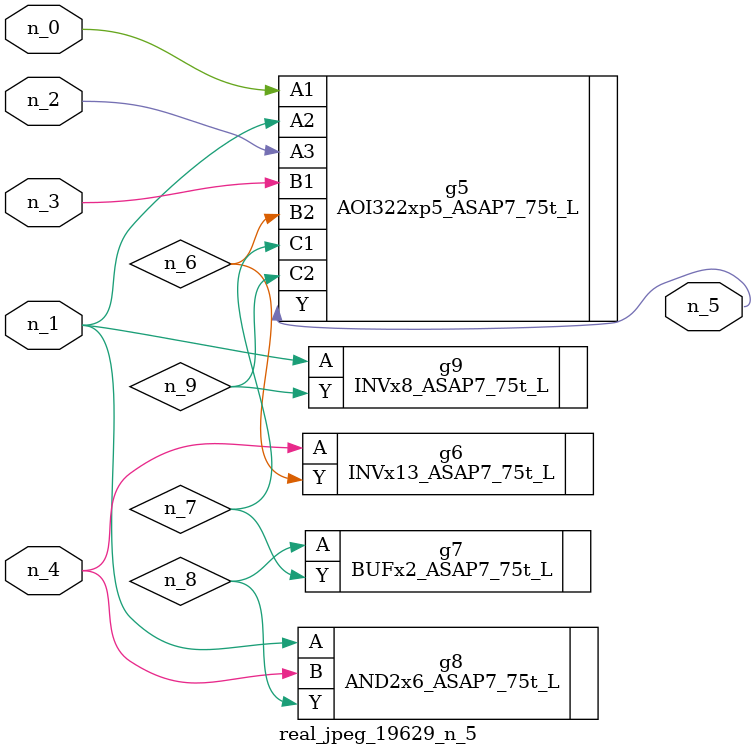
<source format=v>
module real_jpeg_19629_n_5 (n_4, n_0, n_1, n_2, n_3, n_5);

input n_4;
input n_0;
input n_1;
input n_2;
input n_3;

output n_5;

wire n_8;
wire n_6;
wire n_7;
wire n_9;

AOI322xp5_ASAP7_75t_L g5 ( 
.A1(n_0),
.A2(n_1),
.A3(n_2),
.B1(n_3),
.B2(n_6),
.C1(n_7),
.C2(n_9),
.Y(n_5)
);

AND2x6_ASAP7_75t_L g8 ( 
.A(n_1),
.B(n_4),
.Y(n_8)
);

INVx8_ASAP7_75t_L g9 ( 
.A(n_1),
.Y(n_9)
);

INVx13_ASAP7_75t_L g6 ( 
.A(n_4),
.Y(n_6)
);

BUFx2_ASAP7_75t_L g7 ( 
.A(n_8),
.Y(n_7)
);


endmodule
</source>
